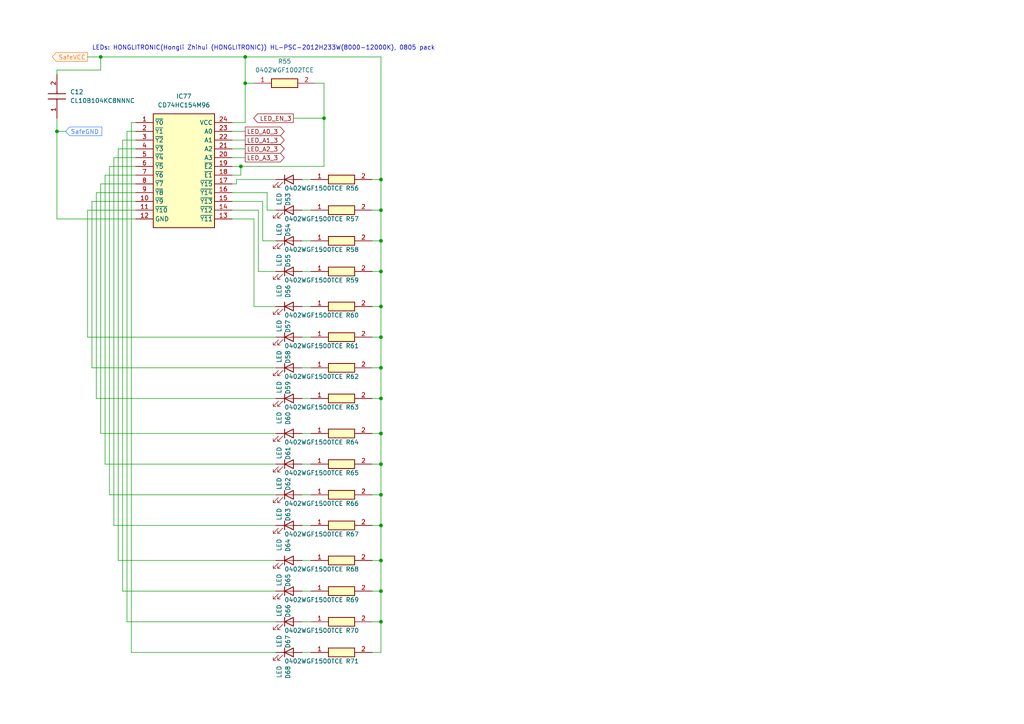
<source format=kicad_sch>
(kicad_sch (version 20250114) (generator "eeschema") (generator_version "9.0")
  (paper "A4")
  (title_block (title "ElectroChessboard") (company "Wojciech B") (comment 1 "Electronic chessboard") (comment 2 "Elektroniczna szachownica"))
  (lib_symbols
    (symbol "Device:LED" (pin_numbers (hide yes)) (pin_names (offset 1.016) (hide yes))
      (property "Reference" "D" (at 0 2.54 0))
      (property "Value" "LED" (at 0 -2.54 0))
      (symbol "LED_0_1"
        (polyline (pts (xy -3.048 -0.762) (xy -4.572 -2.286) (xy -3.81 -2.286) (xy -4.572 -2.286) (xy -4.572 -1.524)))
        (polyline (pts (xy -1.778 -0.762) (xy -3.302 -2.286) (xy -2.54 -2.286) (xy -3.302 -2.286) (xy -3.302 -1.524)))
        (polyline (pts (xy -1.27 0) (xy 1.27 0)))
        (polyline (pts (xy -1.27 -1.27) (xy -1.27 1.27)) (stroke (width 0.254)))
        (polyline (pts (xy 1.27 -1.27) (xy 1.27 1.27) (xy -1.27 0) (xy 1.27 -1.27)) (stroke (width 0.254)))
      )
      (symbol "LED_1_1"
        (pin passive line (at -3.81 0 0) (length 2.54) (name "K") (number "1"))
        (pin passive line (at 3.81 0 180) (length 2.54) (name "A") (number "2"))
      )
    )
    (symbol "SamacSys_Parts:0402WGF1002TCE" (pin_names (hide yes))
      (property "Reference" "R" (at 13.97 6.35 0))
      (property "Value" "0402WGF1002TCE" (at 13.97 3.81 0))
      (symbol "0402WGF1002TCE_1_1"
        (rectangle (start 5.08 1.27) (end 12.7 -1.27) (stroke (width 0.254)) (fill (type background)))
        (pin passive line (at 0 0 0) (length 5.08) (name "1") (number "1"))
        (pin passive line (at 17.78 0 180) (length 5.08) (name "2") (number "2"))
      )
    )
    (symbol "SamacSys_Parts:0402WGF1500TCE" (pin_names (hide yes))
      (property "Reference" "R" (at 13.97 6.35 0))
      (property "Value" "0402WGF1500TCE" (at 13.97 3.81 0))
      (symbol "0402WGF1500TCE_1_1"
        (rectangle (start 5.08 1.27) (end 12.7 -1.27) (stroke (width 0.254)) (fill (type background)))
        (pin passive line (at 0 0 0) (length 5.08) (name "1") (number "1"))
        (pin passive line (at 17.78 0 180) (length 5.08) (name "2") (number "2"))
      )
    )
    (symbol "SamacSys_Parts:CD74HC154M96"
      (property "Reference" "IC" (at 24.13 7.62 0))
      (property "Value" "CD74HC154M96" (at 24.13 5.08 0))
      (symbol "CD74HC154M96_1_1"
        (rectangle (start 5.08 2.54) (end 22.86 -30.48) (stroke (width 0.254)) (fill (type background)))
        (pin passive line (at 0 0 0) (length 5.08) (name "~{Y0}") (number "1"))
        (pin passive line (at 0 -2.54 0) (length 5.08) (name "~{Y1}") (number "2"))
        (pin passive line (at 0 -5.08 0) (length 5.08) (name "~{Y2}") (number "3"))
        (pin passive line (at 0 -7.62 0) (length 5.08) (name "~{Y3}") (number "4"))
        (pin passive line (at 0 -10.16 0) (length 5.08) (name "~{Y4}") (number "5"))
        (pin passive line (at 0 -12.7 0) (length 5.08) (name "~{Y5}") (number "6"))
        (pin passive line (at 0 -15.24 0) (length 5.08) (name "~{Y6}") (number "7"))
        (pin passive line (at 0 -17.78 0) (length 5.08) (name "~{Y7}") (number "8"))
        (pin passive line (at 0 -20.32 0) (length 5.08) (name "~{Y8}") (number "9"))
        (pin passive line (at 0 -22.86 0) (length 5.08) (name "~{Y9}") (number "10"))
        (pin passive line (at 0 -25.4 0) (length 5.08) (name "~{Y10}") (number "11"))
        (pin passive line (at 0 -27.94 0) (length 5.08) (name "GND") (number "12"))
        (pin passive line (at 27.94 0 180) (length 5.08) (name "VCC") (number "24"))
        (pin passive line (at 27.94 -2.54 180) (length 5.08) (name "A0") (number "23"))
        (pin passive line (at 27.94 -5.08 180) (length 5.08) (name "A1") (number "22"))
        (pin passive line (at 27.94 -7.62 180) (length 5.08) (name "A2") (number "21"))
        (pin passive line (at 27.94 -10.16 180) (length 5.08) (name "A3") (number "20"))
        (pin passive line (at 27.94 -12.7 180) (length 5.08) (name "~{E2}") (number "19"))
        (pin passive line (at 27.94 -15.24 180) (length 5.08) (name "~{E1}") (number "18"))
        (pin passive line (at 27.94 -17.78 180) (length 5.08) (name "~{Y15}") (number "17"))
        (pin passive line (at 27.94 -20.32 180) (length 5.08) (name "~{Y14}") (number "16"))
        (pin passive line (at 27.94 -22.86 180) (length 5.08) (name "~{Y13}") (number "15"))
        (pin passive line (at 27.94 -25.4 180) (length 5.08) (name "~{Y12}") (number "14"))
        (pin passive line (at 27.94 -27.94 180) (length 5.08) (name "~{Y11}") (number "13"))
      )
    )
    (symbol "SamacSys_Parts:CL10B104KC8NNNC" (pin_names (hide yes))
      (property "Reference" "C" (at 8.89 6.35 0))
      (property "Value" "CL10B104KC8NNNC" (at 8.89 3.81 0))
      (symbol "CL10B104KC8NNNC_1_1"
        (polyline (pts (xy 5.08 0) (xy 5.588 0)) (stroke (width 0.254)))
        (polyline (pts (xy 5.588 2.54) (xy 5.588 -2.54)) (stroke (width 0.254)))
        (polyline (pts (xy 7.112 2.54) (xy 7.112 -2.54)) (stroke (width 0.254)))
        (polyline (pts (xy 7.112 0) (xy 7.62 0)) (stroke (width 0.254)))
        (pin passive line (at 0 0 0) (length 5.08) (name "1") (number "1"))
        (pin passive line (at 12.7 0 180) (length 5.08) (name "2") (number "2"))
      )
    )
  )
  (text "LEDs: HONGLITRONIC(Hongli Zhihui (HONGLITRONIC)) HL-PSC-2012H233W(8000-12000K), 0805 pack" (at 26.67 13.97 0) (effects (font (size 1.27 1.27)) (justify left)))
  (junction (at 69.85 48.26))
  (junction (at 110.49 162.56))
  (junction (at 93.98 34.29))
  (junction (at 110.49 171.45))
  (junction (at 110.49 52.07))
  (junction (at 110.49 115.57))
  (junction (at 71.12 16.51))
  (junction (at 110.49 78.74))
  (junction (at 110.49 125.73))
  (junction (at 110.49 152.4))
  (junction (at 110.49 97.79))
  (junction (at 110.49 180.34))
  (junction (at 110.49 60.96))
  (junction (at 110.49 134.62))
  (junction (at 71.12 24.13))
  (junction (at 110.49 106.68))
  (junction (at 110.49 69.85))
  (junction (at 110.49 143.51))
  (junction (at 29.21 16.51))
  (junction (at 110.49 88.9))
  (junction (at 16.51 38.1))
  (wire (pts (xy 39.37 38.1) (xy 36.83 38.1)))
  (wire (pts (xy 27.94 115.57) (xy 80.01 115.57)))
  (wire (pts (xy 107.95 180.34) (xy 110.49 180.34)))
  (wire (pts (xy 71.12 24.13) (xy 71.12 35.56)))
  (wire (pts (xy 110.49 171.45) (xy 110.49 180.34)))
  (wire (pts (xy 39.37 45.72) (xy 33.02 45.72)))
  (wire (pts (xy 39.37 35.56) (xy 38.1 35.56)))
  (wire (pts (xy 90.17 171.45) (xy 87.63 171.45)))
  (wire (pts (xy 34.29 162.56) (xy 80.01 162.56)))
  (wire (pts (xy 90.17 152.4) (xy 87.63 152.4)))
  (wire (pts (xy 71.12 35.56) (xy 67.31 35.56)))
  (wire (pts (xy 68.58 52.07) (xy 68.58 53.34)))
  (wire (pts (xy 35.56 171.45) (xy 80.01 171.45)))
  (wire (pts (xy 38.1 35.56) (xy 38.1 189.23)))
  (wire (pts (xy 26.67 58.42) (xy 26.67 106.68)))
  (wire (pts (xy 67.31 63.5) (xy 73.66 63.5)))
  (wire (pts (xy 90.17 78.74) (xy 87.63 78.74)))
  (wire (pts (xy 71.12 16.51) (xy 71.12 24.13)))
  (wire (pts (xy 68.58 53.34) (xy 67.31 53.34)))
  (wire (pts (xy 107.95 78.74) (xy 110.49 78.74)))
  (wire (pts (xy 71.12 16.51) (xy 110.49 16.51)))
  (wire (pts (xy 73.66 63.5) (xy 73.66 88.9)))
  (wire (pts (xy 74.93 78.74) (xy 80.01 78.74)))
  (wire (pts (xy 110.49 134.62) (xy 110.49 143.51)))
  (wire (pts (xy 107.95 106.68) (xy 110.49 106.68)))
  (wire (pts (xy 35.56 40.64) (xy 35.56 171.45)))
  (wire (pts (xy 110.49 88.9) (xy 110.49 97.79)))
  (wire (pts (xy 33.02 152.4) (xy 80.01 152.4)))
  (wire (pts (xy 36.83 38.1) (xy 36.83 180.34)))
  (wire (pts (xy 31.75 48.26) (xy 31.75 143.51)))
  (wire (pts (xy 110.49 78.74) (xy 110.49 88.9)))
  (wire (pts (xy 29.21 16.51) (xy 71.12 16.51)))
  (wire (pts (xy 107.95 134.62) (xy 110.49 134.62)))
  (wire (pts (xy 30.48 50.8) (xy 30.48 134.62)))
  (wire (pts (xy 25.4 97.79) (xy 80.01 97.79)))
  (wire (pts (xy 110.49 189.23) (xy 107.95 189.23)))
  (wire (pts (xy 110.49 143.51) (xy 110.49 152.4)))
  (wire (pts (xy 67.31 45.72) (xy 71.12 45.72)))
  (wire (pts (xy 80.01 69.85) (xy 76.2 69.85)))
  (wire (pts (xy 80.01 52.07) (xy 68.58 52.07)))
  (wire (pts (xy 29.21 16.51) (xy 29.21 20.32)))
  (wire (pts (xy 27.94 55.88) (xy 27.94 115.57)))
  (wire (pts (xy 39.37 40.64) (xy 35.56 40.64)))
  (wire (pts (xy 110.49 16.51) (xy 110.49 52.07)))
  (wire (pts (xy 107.95 115.57) (xy 110.49 115.57)))
  (wire (pts (xy 16.51 63.5) (xy 39.37 63.5)))
  (wire (pts (xy 25.4 60.96) (xy 25.4 97.79)))
  (wire (pts (xy 69.85 50.8) (xy 69.85 48.26)))
  (wire (pts (xy 39.37 48.26) (xy 31.75 48.26)))
  (wire (pts (xy 90.17 189.23) (xy 87.63 189.23)))
  (wire (pts (xy 30.48 134.62) (xy 80.01 134.62)))
  (wire (pts (xy 16.51 38.1) (xy 19.05 38.1)))
  (wire (pts (xy 77.47 60.96) (xy 77.47 55.88)))
  (wire (pts (xy 110.49 69.85) (xy 110.49 78.74)))
  (wire (pts (xy 107.95 152.4) (xy 110.49 152.4)))
  (wire (pts (xy 110.49 115.57) (xy 110.49 125.73)))
  (wire (pts (xy 110.49 52.07) (xy 110.49 60.96)))
  (wire (pts (xy 110.49 97.79) (xy 110.49 106.68)))
  (wire (pts (xy 107.95 88.9) (xy 110.49 88.9)))
  (wire (pts (xy 33.02 45.72) (xy 33.02 152.4)))
  (wire (pts (xy 38.1 189.23) (xy 80.01 189.23)))
  (wire (pts (xy 74.93 60.96) (xy 74.93 78.74)))
  (wire (pts (xy 107.95 52.07) (xy 110.49 52.07)))
  (wire (pts (xy 110.49 180.34) (xy 110.49 189.23)))
  (wire (pts (xy 110.49 60.96) (xy 110.49 69.85)))
  (wire (pts (xy 85.09 34.29) (xy 93.98 34.29)))
  (wire (pts (xy 90.17 134.62) (xy 87.63 134.62)))
  (wire (pts (xy 90.17 97.79) (xy 87.63 97.79)))
  (wire (pts (xy 93.98 48.26) (xy 93.98 34.29)))
  (wire (pts (xy 110.49 152.4) (xy 110.49 162.56)))
  (wire (pts (xy 90.17 143.51) (xy 87.63 143.51)))
  (wire (pts (xy 39.37 53.34) (xy 29.21 53.34)))
  (wire (pts (xy 90.17 180.34) (xy 87.63 180.34)))
  (wire (pts (xy 110.49 162.56) (xy 110.49 171.45)))
  (wire (pts (xy 93.98 34.29) (xy 93.98 24.13)))
  (wire (pts (xy 39.37 58.42) (xy 26.67 58.42)))
  (wire (pts (xy 90.17 60.96) (xy 87.63 60.96)))
  (wire (pts (xy 107.95 162.56) (xy 110.49 162.56)))
  (wire (pts (xy 93.98 24.13) (xy 91.44 24.13)))
  (wire (pts (xy 16.51 38.1) (xy 16.51 63.5)))
  (wire (pts (xy 39.37 50.8) (xy 30.48 50.8)))
  (wire (pts (xy 26.67 106.68) (xy 80.01 106.68)))
  (wire (pts (xy 90.17 52.07) (xy 87.63 52.07)))
  (wire (pts (xy 76.2 69.85) (xy 76.2 58.42)))
  (wire (pts (xy 39.37 55.88) (xy 27.94 55.88)))
  (wire (pts (xy 107.95 60.96) (xy 110.49 60.96)))
  (wire (pts (xy 71.12 24.13) (xy 73.66 24.13)))
  (wire (pts (xy 90.17 69.85) (xy 87.63 69.85)))
  (wire (pts (xy 67.31 38.1) (xy 71.12 38.1)))
  (wire (pts (xy 39.37 60.96) (xy 25.4 60.96)))
  (wire (pts (xy 90.17 106.68) (xy 87.63 106.68)))
  (wire (pts (xy 80.01 60.96) (xy 77.47 60.96)))
  (wire (pts (xy 29.21 125.73) (xy 80.01 125.73)))
  (wire (pts (xy 36.83 180.34) (xy 80.01 180.34)))
  (wire (pts (xy 90.17 125.73) (xy 87.63 125.73)))
  (wire (pts (xy 69.85 48.26) (xy 93.98 48.26)))
  (wire (pts (xy 16.51 20.32) (xy 16.51 21.59)))
  (wire (pts (xy 90.17 88.9) (xy 87.63 88.9)))
  (wire (pts (xy 67.31 48.26) (xy 69.85 48.26)))
  (wire (pts (xy 34.29 43.18) (xy 34.29 162.56)))
  (wire (pts (xy 29.21 20.32) (xy 16.51 20.32)))
  (wire (pts (xy 73.66 88.9) (xy 80.01 88.9)))
  (wire (pts (xy 90.17 115.57) (xy 87.63 115.57)))
  (wire (pts (xy 107.95 69.85) (xy 110.49 69.85)))
  (wire (pts (xy 107.95 143.51) (xy 110.49 143.51)))
  (wire (pts (xy 16.51 34.29) (xy 16.51 38.1)))
  (wire (pts (xy 67.31 43.18) (xy 71.12 43.18)))
  (wire (pts (xy 90.17 162.56) (xy 87.63 162.56)))
  (wire (pts (xy 110.49 106.68) (xy 110.49 115.57)))
  (wire (pts (xy 107.95 171.45) (xy 110.49 171.45)))
  (wire (pts (xy 76.2 58.42) (xy 67.31 58.42)))
  (wire (pts (xy 25.4 16.51) (xy 29.21 16.51)))
  (wire (pts (xy 67.31 50.8) (xy 69.85 50.8)))
  (wire (pts (xy 31.75 143.51) (xy 80.01 143.51)))
  (wire (pts (xy 107.95 97.79) (xy 110.49 97.79)))
  (wire (pts (xy 107.95 125.73) (xy 110.49 125.73)))
  (wire (pts (xy 110.49 125.73) (xy 110.49 134.62)))
  (wire (pts (xy 67.31 60.96) (xy 74.93 60.96)))
  (wire (pts (xy 39.37 43.18) (xy 34.29 43.18)))
  (wire (pts (xy 67.31 40.64) (xy 71.12 40.64)))
  (wire (pts (xy 29.21 53.34) (xy 29.21 125.73)))
  (wire (pts (xy 77.47 55.88) (xy 67.31 55.88)))
  (global_label "LED_EN_3" (shape output) (at 85.09 34.29 180) (property "Intersheetrefs" "${INTERSHEET_REFS}" (effects (hide yes))))
  (global_label "LED_A3_3" (shape output) (at 71.12 45.72 0) (property "Intersheetrefs" "${INTERSHEET_REFS}" (effects (hide yes))))
  (global_label "LED_A0_3" (shape output) (at 71.12 38.1 0) (property "Intersheetrefs" "${INTERSHEET_REFS}" (effects (hide yes))))
  (global_label "SafeVCC" (shape output) (at 25.4 16.51 180) (property "Intersheetrefs" "${INTERSHEET_REFS}" (effects (hide yes))))
  (global_label "LED_A2_3" (shape output) (at 71.12 43.18 0) (property "Intersheetrefs" "${INTERSHEET_REFS}" (effects (hide yes))))
  (global_label "LED_A1_3" (shape output) (at 71.12 40.64 0) (property "Intersheetrefs" "${INTERSHEET_REFS}" (effects (hide yes))))
  (global_label "SafeGND" (shape input) (at 19.05 38.1 0) (property "Intersheetrefs" "${INTERSHEET_REFS}" (effects (hide yes))))
  (symbol (lib_id "SamacSys_Parts:0402WGF1500TCE") (at 90.17 143.51 0) (unit 1)
    (property "Reference" "R66" (at 104.14 146.05 0) (effects (justify right)))
    (property "Value" "0402WGF1500TCE" (at 99.568 146.05 0) (effects (justify right)))
    (property "Footprint" "SamacSys_Parts:RESC1005X40N" (effects (hide yes)))
    (property "Datasheet" "https://datasheet.lcsc.com/szlcsc/Uniroyal-Elec-0402WGF1500TCE_C25082.pdf" (effects (hide yes)))
    (property "Description" "150ohms +/-1% 1/16W +/-100ppm/ 0402 Chip Resistor - Surface Mount RoHS" (effects (hide yes)))
    (property "Height" "0.4" (effects (hide yes)))
    (property "Manufacturer_Name" "UNI-ROYAL(Uniroyal Elec)" (effects (hide yes)))
    (property "Manufacturer_Part_Number" "0402WGF1500TCE" (effects (hide yes)))
  )
  (symbol (lib_id "SamacSys_Parts:0402WGF1500TCE") (at 90.17 97.79 0) (unit 1)
    (property "Reference" "R61" (at 104.14 100.33 0) (effects (justify right)))
    (property "Value" "0402WGF1500TCE" (at 99.568 100.33 0) (effects (justify right)))
    (property "Footprint" "SamacSys_Parts:RESC1005X40N" (effects (hide yes)))
    (property "Datasheet" "https://datasheet.lcsc.com/szlcsc/Uniroyal-Elec-0402WGF1500TCE_C25082.pdf" (effects (hide yes)))
    (property "Description" "150ohms +/-1% 1/16W +/-100ppm/ 0402 Chip Resistor - Surface Mount RoHS" (effects (hide yes)))
    (property "Height" "0.4" (effects (hide yes)))
    (property "Manufacturer_Name" "UNI-ROYAL(Uniroyal Elec)" (effects (hide yes)))
    (property "Manufacturer_Part_Number" "0402WGF1500TCE" (effects (hide yes)))
  )
  (symbol (lib_id "SamacSys_Parts:0402WGF1500TCE") (at 90.17 52.07 0) (unit 1)
    (property "Reference" "R56" (at 104.14 54.61 0) (effects (justify right)))
    (property "Value" "0402WGF1500TCE" (at 99.568 54.61 0) (effects (justify right)))
    (property "Footprint" "SamacSys_Parts:RESC1005X40N" (effects (hide yes)))
    (property "Datasheet" "https://datasheet.lcsc.com/szlcsc/Uniroyal-Elec-0402WGF1500TCE_C25082.pdf" (effects (hide yes)))
    (property "Description" "150ohms +/-1% 1/16W +/-100ppm/ 0402 Chip Resistor - Surface Mount RoHS" (effects (hide yes)))
    (property "Height" "0.4" (effects (hide yes)))
    (property "Manufacturer_Name" "UNI-ROYAL(Uniroyal Elec)" (effects (hide yes)))
    (property "Manufacturer_Part_Number" "0402WGF1500TCE" (effects (hide yes)))
  )
  (symbol (lib_id "SamacSys_Parts:0402WGF1500TCE") (at 90.17 69.85 0) (unit 1)
    (property "Reference" "R58" (at 104.14 72.39 0) (effects (justify right)))
    (property "Value" "0402WGF1500TCE" (at 99.568 72.39 0) (effects (justify right)))
    (property "Footprint" "SamacSys_Parts:RESC1005X40N" (effects (hide yes)))
    (property "Datasheet" "https://datasheet.lcsc.com/szlcsc/Uniroyal-Elec-0402WGF1500TCE_C25082.pdf" (effects (hide yes)))
    (property "Description" "150ohms +/-1% 1/16W +/-100ppm/ 0402 Chip Resistor - Surface Mount RoHS" (effects (hide yes)))
    (property "Height" "0.4" (effects (hide yes)))
    (property "Manufacturer_Name" "UNI-ROYAL(Uniroyal Elec)" (effects (hide yes)))
    (property "Manufacturer_Part_Number" "0402WGF1500TCE" (effects (hide yes)))
  )
  (symbol (lib_id "Device:LED") (at 83.82 115.57 0) (unit 1)
    (property "Reference" "D60" (at 83.5026 119.38 90) (effects (justify right)))
    (property "Value" "LED" (at 80.9626 119.38 90) (effects (justify right)))
    (property "Footprint" "LED_SMD:LED_0805_2012Metric" (effects (hide yes)))
    (property "Description" "Light emitting diode" (effects (hide yes)))
    (property "Sim.Pins" "1=K 2=A" (effects (hide yes)))
  )
  (symbol (lib_id "SamacSys_Parts:0402WGF1500TCE") (at 90.17 189.23 0) (unit 1)
    (property "Reference" "R71" (at 104.14 191.77 0) (effects (justify right)))
    (property "Value" "0402WGF1500TCE" (at 99.568 191.77 0) (effects (justify right)))
    (property "Footprint" "SamacSys_Parts:RESC1005X40N" (effects (hide yes)))
    (property "Datasheet" "https://datasheet.lcsc.com/szlcsc/Uniroyal-Elec-0402WGF1500TCE_C25082.pdf" (effects (hide yes)))
    (property "Description" "150ohms +/-1% 1/16W +/-100ppm/ 0402 Chip Resistor - Surface Mount RoHS" (effects (hide yes)))
    (property "Height" "0.4" (effects (hide yes)))
    (property "Manufacturer_Name" "UNI-ROYAL(Uniroyal Elec)" (effects (hide yes)))
    (property "Manufacturer_Part_Number" "0402WGF1500TCE" (effects (hide yes)))
  )
  (symbol (lib_id "SamacSys_Parts:0402WGF1500TCE") (at 90.17 162.56 0) (unit 1)
    (property "Reference" "R68" (at 104.14 165.1 0) (effects (justify right)))
    (property "Value" "0402WGF1500TCE" (at 99.568 165.1 0) (effects (justify right)))
    (property "Footprint" "SamacSys_Parts:RESC1005X40N" (effects (hide yes)))
    (property "Datasheet" "https://datasheet.lcsc.com/szlcsc/Uniroyal-Elec-0402WGF1500TCE_C25082.pdf" (effects (hide yes)))
    (property "Description" "150ohms +/-1% 1/16W +/-100ppm/ 0402 Chip Resistor - Surface Mount RoHS" (effects (hide yes)))
    (property "Height" "0.4" (effects (hide yes)))
    (property "Manufacturer_Name" "UNI-ROYAL(Uniroyal Elec)" (effects (hide yes)))
    (property "Manufacturer_Part_Number" "0402WGF1500TCE" (effects (hide yes)))
  )
  (symbol (lib_id "SamacSys_Parts:CL10B104KC8NNNC") (at 16.51 34.29 90) (unit 1)
    (property "Reference" "C12" (at 20.32 26.6699 90) (effects (justify right)))
    (property "Value" "CL10B104KC8NNNC" (at 20.32 29.2099 90) (effects (justify right)))
    (property "Footprint" "SamacSys_Parts:CAPC1608X90N" (effects (hide yes)))
    (property "Datasheet" "https://datasheet.datasheetarchive.com/originals/distributors/DKDS-19/373511.pdf" (effects (hide yes)))
    (property "Description" "Samsung" (effects (hide yes)))
    (property "Height" "0.9" (effects (hide yes)))
    (property "Mouser Part Number" "187-CL10B104KC8NNNC" (effects (hide yes)))
    (property "Mouser Price/Stock" "https://www.mouser.co.uk/ProductDetail/Samsung-Electro-Mechanics/CL10B104KC8NNNC?qs=%2FukktrhNKsY5bKXvqblW4Q%3D%3D" (effects (hide yes)))
    (property "Manufacturer_Name" "SAMSUNG" (effects (hide yes)))
    (property "Manufacturer_Part_Number" "CL10B104KC8NNNC" (effects (hide yes)))
  )
  (symbol (lib_id "SamacSys_Parts:0402WGF1500TCE") (at 90.17 106.68 0) (unit 1)
    (property "Reference" "R62" (at 104.14 109.22 0) (effects (justify right)))
    (property "Value" "0402WGF1500TCE" (at 99.568 109.22 0) (effects (justify right)))
    (property "Footprint" "SamacSys_Parts:RESC1005X40N" (effects (hide yes)))
    (property "Datasheet" "https://datasheet.lcsc.com/szlcsc/Uniroyal-Elec-0402WGF1500TCE_C25082.pdf" (effects (hide yes)))
    (property "Description" "150ohms +/-1% 1/16W +/-100ppm/ 0402 Chip Resistor - Surface Mount RoHS" (effects (hide yes)))
    (property "Height" "0.4" (effects (hide yes)))
    (property "Manufacturer_Name" "UNI-ROYAL(Uniroyal Elec)" (effects (hide yes)))
    (property "Manufacturer_Part_Number" "0402WGF1500TCE" (effects (hide yes)))
  )
  (symbol (lib_id "SamacSys_Parts:0402WGF1500TCE") (at 90.17 134.62 0) (unit 1)
    (property "Reference" "R65" (at 104.14 137.16 0) (effects (justify right)))
    (property "Value" "0402WGF1500TCE" (at 99.568 137.16 0) (effects (justify right)))
    (property "Footprint" "SamacSys_Parts:RESC1005X40N" (effects (hide yes)))
    (property "Datasheet" "https://datasheet.lcsc.com/szlcsc/Uniroyal-Elec-0402WGF1500TCE_C25082.pdf" (effects (hide yes)))
    (property "Description" "150ohms +/-1% 1/16W +/-100ppm/ 0402 Chip Resistor - Surface Mount RoHS" (effects (hide yes)))
    (property "Height" "0.4" (effects (hide yes)))
    (property "Manufacturer_Name" "UNI-ROYAL(Uniroyal Elec)" (effects (hide yes)))
    (property "Manufacturer_Part_Number" "0402WGF1500TCE" (effects (hide yes)))
  )
  (symbol (lib_id "Device:LED") (at 83.82 88.9 0) (unit 1)
    (property "Reference" "D57" (at 83.5026 92.71 90) (effects (justify right)))
    (property "Value" "LED" (at 80.9626 92.71 90) (effects (justify right)))
    (property "Footprint" "LED_SMD:LED_0805_2012Metric" (effects (hide yes)))
    (property "Description" "Light emitting diode" (effects (hide yes)))
    (property "Sim.Pins" "1=K 2=A" (effects (hide yes)))
  )
  (symbol (lib_id "Device:LED") (at 83.82 125.73 0) (unit 1)
    (property "Reference" "D61" (at 83.5026 129.54 90) (effects (justify right)))
    (property "Value" "LED" (at 80.9626 129.54 90) (effects (justify right)))
    (property "Footprint" "LED_SMD:LED_0805_2012Metric" (effects (hide yes)))
    (property "Description" "Light emitting diode" (effects (hide yes)))
    (property "Sim.Pins" "1=K 2=A" (effects (hide yes)))
  )
  (symbol (lib_id "SamacSys_Parts:0402WGF1500TCE") (at 90.17 78.74 0) (unit 1)
    (property "Reference" "R59" (at 104.14 81.28 0) (effects (justify right)))
    (property "Value" "0402WGF1500TCE" (at 99.568 81.28 0) (effects (justify right)))
    (property "Footprint" "SamacSys_Parts:RESC1005X40N" (effects (hide yes)))
    (property "Datasheet" "https://datasheet.lcsc.com/szlcsc/Uniroyal-Elec-0402WGF1500TCE_C25082.pdf" (effects (hide yes)))
    (property "Description" "150ohms +/-1% 1/16W +/-100ppm/ 0402 Chip Resistor - Surface Mount RoHS" (effects (hide yes)))
    (property "Height" "0.4" (effects (hide yes)))
    (property "Manufacturer_Name" "UNI-ROYAL(Uniroyal Elec)" (effects (hide yes)))
    (property "Manufacturer_Part_Number" "0402WGF1500TCE" (effects (hide yes)))
  )
  (symbol (lib_id "Device:LED") (at 83.82 78.74 0) (unit 1)
    (property "Reference" "D56" (at 83.5026 82.55 90) (effects (justify right)))
    (property "Value" "LED" (at 80.9626 82.55 90) (effects (justify right)))
    (property "Footprint" "LED_SMD:LED_0805_2012Metric" (effects (hide yes)))
    (property "Description" "Light emitting diode" (effects (hide yes)))
    (property "Sim.Pins" "1=K 2=A" (effects (hide yes)))
  )
  (symbol (lib_id "SamacSys_Parts:0402WGF1500TCE") (at 90.17 88.9 0) (unit 1)
    (property "Reference" "R60" (at 104.14 91.44 0) (effects (justify right)))
    (property "Value" "0402WGF1500TCE" (at 99.568 91.44 0) (effects (justify right)))
    (property "Footprint" "SamacSys_Parts:RESC1005X40N" (effects (hide yes)))
    (property "Datasheet" "https://datasheet.lcsc.com/szlcsc/Uniroyal-Elec-0402WGF1500TCE_C25082.pdf" (effects (hide yes)))
    (property "Description" "150ohms +/-1% 1/16W +/-100ppm/ 0402 Chip Resistor - Surface Mount RoHS" (effects (hide yes)))
    (property "Height" "0.4" (effects (hide yes)))
    (property "Manufacturer_Name" "UNI-ROYAL(Uniroyal Elec)" (effects (hide yes)))
    (property "Manufacturer_Part_Number" "0402WGF1500TCE" (effects (hide yes)))
  )
  (symbol (lib_id "Device:LED") (at 83.82 152.4 0) (unit 1)
    (property "Reference" "D64" (at 83.5026 156.21 90) (effects (justify right)))
    (property "Value" "LED" (at 80.9626 156.21 90) (effects (justify right)))
    (property "Footprint" "LED_SMD:LED_0805_2012Metric" (effects (hide yes)))
    (property "Description" "Light emitting diode" (effects (hide yes)))
    (property "Sim.Pins" "1=K 2=A" (effects (hide yes)))
  )
  (symbol (lib_id "Device:LED") (at 83.82 106.68 0) (unit 1)
    (property "Reference" "D59" (at 83.5026 110.49 90) (effects (justify right)))
    (property "Value" "LED" (at 80.9626 110.49 90) (effects (justify right)))
    (property "Footprint" "LED_SMD:LED_0805_2012Metric" (effects (hide yes)))
    (property "Description" "Light emitting diode" (effects (hide yes)))
    (property "Sim.Pins" "1=K 2=A" (effects (hide yes)))
  )
  (symbol (lib_id "Device:LED") (at 83.82 97.79 0) (unit 1)
    (property "Reference" "D58" (at 83.5026 101.6 90) (effects (justify right)))
    (property "Value" "LED" (at 80.9626 101.6 90) (effects (justify right)))
    (property "Footprint" "LED_SMD:LED_0805_2012Metric" (effects (hide yes)))
    (property "Description" "Light emitting diode" (effects (hide yes)))
    (property "Sim.Pins" "1=K 2=A" (effects (hide yes)))
  )
  (symbol (lib_id "Device:LED") (at 83.82 52.07 0) (unit 1)
    (property "Reference" "D53" (at 83.5026 55.88 90) (effects (justify right)))
    (property "Value" "LED" (at 80.9626 55.88 90) (effects (justify right)))
    (property "Footprint" "LED_SMD:LED_0805_2012Metric" (effects (hide yes)))
    (property "Description" "Light emitting diode" (effects (hide yes)))
    (property "Sim.Pins" "1=K 2=A" (effects (hide yes)))
  )
  (symbol (lib_id "SamacSys_Parts:0402WGF1002TCE") (at 73.66 24.13 0) (unit 1)
    (property "Reference" "R55" (at 82.55 17.78 0))
    (property "Value" "0402WGF1002TCE" (at 82.55 20.32 0))
    (property "Footprint" "SamacSys_Parts:RESC1005X40N" (effects (hide yes)))
    (property "Datasheet" "https://www.mouser.ca/datasheet/2/1365/1-3044649.pdf" (effects (hide yes)))
    (property "Description" "Thick Film Resistors - SMD 0402 1/16W 1% 10K T/R-10000" (effects (hide yes)))
    (property "Height" "0.4" (effects (hide yes)))
    (property "Mouser Part Number" "303-0402WGF1002TCE" (effects (hide yes)))
    (property "Mouser Price/Stock" "https://www.mouser.co.uk/ProductDetail/Royalohm/0402WGF1002TCE?qs=e8oIoAS2J1T9%2FSfQTy4YqQ%3D%3D" (effects (hide yes)))
    (property "Manufacturer_Name" "ROYALOHM" (effects (hide yes)))
    (property "Manufacturer_Part_Number" "0402WGF1002TCE" (effects (hide yes)))
  )
  (symbol (lib_id "Device:LED") (at 83.82 189.23 0) (unit 1)
    (property "Reference" "D68" (at 83.5026 193.04 90) (effects (justify right)))
    (property "Value" "LED" (at 80.9626 193.04 90) (effects (justify right)))
    (property "Footprint" "LED_SMD:LED_0805_2012Metric" (effects (hide yes)))
    (property "Description" "Light emitting diode" (effects (hide yes)))
    (property "Sim.Pins" "1=K 2=A" (effects (hide yes)))
  )
  (symbol (lib_id "Device:LED") (at 83.82 180.34 0) (unit 1)
    (property "Reference" "D67" (at 83.5026 184.15 90) (effects (justify right)))
    (property "Value" "LED" (at 80.9626 184.15 90) (effects (justify right)))
    (property "Footprint" "LED_SMD:LED_0805_2012Metric" (effects (hide yes)))
    (property "Description" "Light emitting diode" (effects (hide yes)))
    (property "Sim.Pins" "1=K 2=A" (effects (hide yes)))
  )
  (symbol (lib_id "Device:LED") (at 83.82 171.45 0) (unit 1)
    (property "Reference" "D66" (at 83.5026 175.26 90) (effects (justify right)))
    (property "Value" "LED" (at 80.9626 175.26 90) (effects (justify right)))
    (property "Footprint" "LED_SMD:LED_0805_2012Metric" (effects (hide yes)))
    (property "Description" "Light emitting diode" (effects (hide yes)))
    (property "Sim.Pins" "1=K 2=A" (effects (hide yes)))
  )
  (symbol (lib_id "Device:LED") (at 83.82 143.51 0) (unit 1)
    (property "Reference" "D63" (at 83.5026 147.32 90) (effects (justify right)))
    (property "Value" "LED" (at 80.9626 147.32 90) (effects (justify right)))
    (property "Footprint" "LED_SMD:LED_0805_2012Metric" (effects (hide yes)))
    (property "Description" "Light emitting diode" (effects (hide yes)))
    (property "Sim.Pins" "1=K 2=A" (effects (hide yes)))
  )
  (symbol (lib_id "Device:LED") (at 83.82 162.56 0) (unit 1)
    (property "Reference" "D65" (at 83.5026 166.37 90) (effects (justify right)))
    (property "Value" "LED" (at 80.9626 166.37 90) (effects (justify right)))
    (property "Footprint" "LED_SMD:LED_0805_2012Metric" (effects (hide yes)))
    (property "Description" "Light emitting diode" (effects (hide yes)))
    (property "Sim.Pins" "1=K 2=A" (effects (hide yes)))
  )
  (symbol (lib_id "Device:LED") (at 83.82 134.62 0) (unit 1)
    (property "Reference" "D62" (at 83.5026 138.43 90) (effects (justify right)))
    (property "Value" "LED" (at 80.9626 138.43 90) (effects (justify right)))
    (property "Footprint" "LED_SMD:LED_0805_2012Metric" (effects (hide yes)))
    (property "Description" "Light emitting diode" (effects (hide yes)))
    (property "Sim.Pins" "1=K 2=A" (effects (hide yes)))
  )
  (symbol (lib_id "SamacSys_Parts:0402WGF1500TCE") (at 90.17 180.34 0) (unit 1)
    (property "Reference" "R70" (at 104.14 182.88 0) (effects (justify right)))
    (property "Value" "0402WGF1500TCE" (at 99.568 182.88 0) (effects (justify right)))
    (property "Footprint" "SamacSys_Parts:RESC1005X40N" (effects (hide yes)))
    (property "Datasheet" "https://datasheet.lcsc.com/szlcsc/Uniroyal-Elec-0402WGF1500TCE_C25082.pdf" (effects (hide yes)))
    (property "Description" "150ohms +/-1% 1/16W +/-100ppm/ 0402 Chip Resistor - Surface Mount RoHS" (effects (hide yes)))
    (property "Height" "0.4" (effects (hide yes)))
    (property "Manufacturer_Name" "UNI-ROYAL(Uniroyal Elec)" (effects (hide yes)))
    (property "Manufacturer_Part_Number" "0402WGF1500TCE" (effects (hide yes)))
  )
  (symbol (lib_id "Device:LED") (at 83.82 60.96 0) (unit 1)
    (property "Reference" "D54" (at 83.5026 64.77 90) (effects (justify right)))
    (property "Value" "LED" (at 80.9626 64.77 90) (effects (justify right)))
    (property "Footprint" "LED_SMD:LED_0805_2012Metric" (effects (hide yes)))
    (property "Description" "Light emitting diode" (effects (hide yes)))
    (property "Sim.Pins" "1=K 2=A" (effects (hide yes)))
  )
  (symbol (lib_id "SamacSys_Parts:0402WGF1500TCE") (at 90.17 171.45 0) (unit 1)
    (property "Reference" "R69" (at 104.14 173.99 0) (effects (justify right)))
    (property "Value" "0402WGF1500TCE" (at 99.568 173.99 0) (effects (justify right)))
    (property "Footprint" "SamacSys_Parts:RESC1005X40N" (effects (hide yes)))
    (property "Datasheet" "https://datasheet.lcsc.com/szlcsc/Uniroyal-Elec-0402WGF1500TCE_C25082.pdf" (effects (hide yes)))
    (property "Description" "150ohms +/-1% 1/16W +/-100ppm/ 0402 Chip Resistor - Surface Mount RoHS" (effects (hide yes)))
    (property "Height" "0.4" (effects (hide yes)))
    (property "Manufacturer_Name" "UNI-ROYAL(Uniroyal Elec)" (effects (hide yes)))
    (property "Manufacturer_Part_Number" "0402WGF1500TCE" (effects (hide yes)))
  )
  (symbol (lib_id "SamacSys_Parts:0402WGF1500TCE") (at 90.17 152.4 0) (unit 1)
    (property "Reference" "R67" (at 104.14 154.94 0) (effects (justify right)))
    (property "Value" "0402WGF1500TCE" (at 99.568 154.94 0) (effects (justify right)))
    (property "Footprint" "SamacSys_Parts:RESC1005X40N" (effects (hide yes)))
    (property "Datasheet" "https://datasheet.lcsc.com/szlcsc/Uniroyal-Elec-0402WGF1500TCE_C25082.pdf" (effects (hide yes)))
    (property "Description" "150ohms +/-1% 1/16W +/-100ppm/ 0402 Chip Resistor - Surface Mount RoHS" (effects (hide yes)))
    (property "Height" "0.4" (effects (hide yes)))
    (property "Manufacturer_Name" "UNI-ROYAL(Uniroyal Elec)" (effects (hide yes)))
    (property "Manufacturer_Part_Number" "0402WGF1500TCE" (effects (hide yes)))
  )
  (symbol (lib_id "SamacSys_Parts:CD74HC154M96") (at 39.37 35.56 0) (unit 1)
    (property "Reference" "IC77" (at 53.34 27.94 0))
    (property "Value" "CD74HC154M96" (at 53.34 30.48 0))
    (property "Footprint" "SamacSys_Parts:SOIC127P1030X265-24N" (effects (hide yes)))
    (property "Datasheet" "http://www.ti.com/lit/gpn/cd74hc154" (effects (hide yes)))
    (property "Description" "High Speed CMOS Logic 4-to-16 Line Decoder/Demultiplexer" (effects (hide yes)))
    (property "Height" "2.65" (effects (hide yes)))
    (property "Mouser Part Number" "595-CD74HC154M96" (effects (hide yes)))
    (property "Mouser Price/Stock" "https://www.mouser.co.uk/ProductDetail/Texas-Instruments/CD74HC154M96?qs=YxwvVplHM%2FnR3vJab0%252BPQw%3D%3D" (effects (hide yes)))
    (property "Manufacturer_Name" "Texas Instruments" (effects (hide yes)))
    (property "Manufacturer_Part_Number" "CD74HC154M96" (effects (hide yes)))
  )
  (symbol (lib_id "SamacSys_Parts:0402WGF1500TCE") (at 90.17 60.96 0) (unit 1)
    (property "Reference" "R57" (at 104.14 63.5 0) (effects (justify right)))
    (property "Value" "0402WGF1500TCE" (at 99.568 63.5 0) (effects (justify right)))
    (property "Footprint" "SamacSys_Parts:RESC1005X40N" (effects (hide yes)))
    (property "Datasheet" "https://datasheet.lcsc.com/szlcsc/Uniroyal-Elec-0402WGF1500TCE_C25082.pdf" (effects (hide yes)))
    (property "Description" "150ohms +/-1% 1/16W +/-100ppm/ 0402 Chip Resistor - Surface Mount RoHS" (effects (hide yes)))
    (property "Height" "0.4" (effects (hide yes)))
    (property "Manufacturer_Name" "UNI-ROYAL(Uniroyal Elec)" (effects (hide yes)))
    (property "Manufacturer_Part_Number" "0402WGF1500TCE" (effects (hide yes)))
  )
  (symbol (lib_id "SamacSys_Parts:0402WGF1500TCE") (at 90.17 125.73 0) (unit 1)
    (property "Reference" "R64" (at 104.14 128.27 0) (effects (justify right)))
    (property "Value" "0402WGF1500TCE" (at 99.568 128.27 0) (effects (justify right)))
    (property "Footprint" "SamacSys_Parts:RESC1005X40N" (effects (hide yes)))
    (property "Datasheet" "https://datasheet.lcsc.com/szlcsc/Uniroyal-Elec-0402WGF1500TCE_C25082.pdf" (effects (hide yes)))
    (property "Description" "150ohms +/-1% 1/16W +/-100ppm/ 0402 Chip Resistor - Surface Mount RoHS" (effects (hide yes)))
    (property "Height" "0.4" (effects (hide yes)))
    (property "Manufacturer_Name" "UNI-ROYAL(Uniroyal Elec)" (effects (hide yes)))
    (property "Manufacturer_Part_Number" "0402WGF1500TCE" (effects (hide yes)))
  )
  (symbol (lib_id "Device:LED") (at 83.82 69.85 0) (unit 1)
    (property "Reference" "D55" (at 83.5026 73.66 90) (effects (justify right)))
    (property "Value" "LED" (at 80.9626 73.66 90) (effects (justify right)))
    (property "Footprint" "LED_SMD:LED_0805_2012Metric" (effects (hide yes)))
    (property "Description" "Light emitting diode" (effects (hide yes)))
    (property "Sim.Pins" "1=K 2=A" (effects (hide yes)))
  )
  (symbol (lib_id "SamacSys_Parts:0402WGF1500TCE") (at 90.17 115.57 0) (unit 1)
    (property "Reference" "R63" (at 104.14 118.11 0) (effects (justify right)))
    (property "Value" "0402WGF1500TCE" (at 99.568 118.11 0) (effects (justify right)))
    (property "Footprint" "SamacSys_Parts:RESC1005X40N" (effects (hide yes)))
    (property "Datasheet" "https://datasheet.lcsc.com/szlcsc/Uniroyal-Elec-0402WGF1500TCE_C25082.pdf" (effects (hide yes)))
    (property "Description" "150ohms +/-1% 1/16W +/-100ppm/ 0402 Chip Resistor - Surface Mount RoHS" (effects (hide yes)))
    (property "Height" "0.4" (effects (hide yes)))
    (property "Manufacturer_Name" "UNI-ROYAL(Uniroyal Elec)" (effects (hide yes)))
    (property "Manufacturer_Part_Number" "0402WGF1500TCE" (effects (hide yes)))
  )
)
</source>
